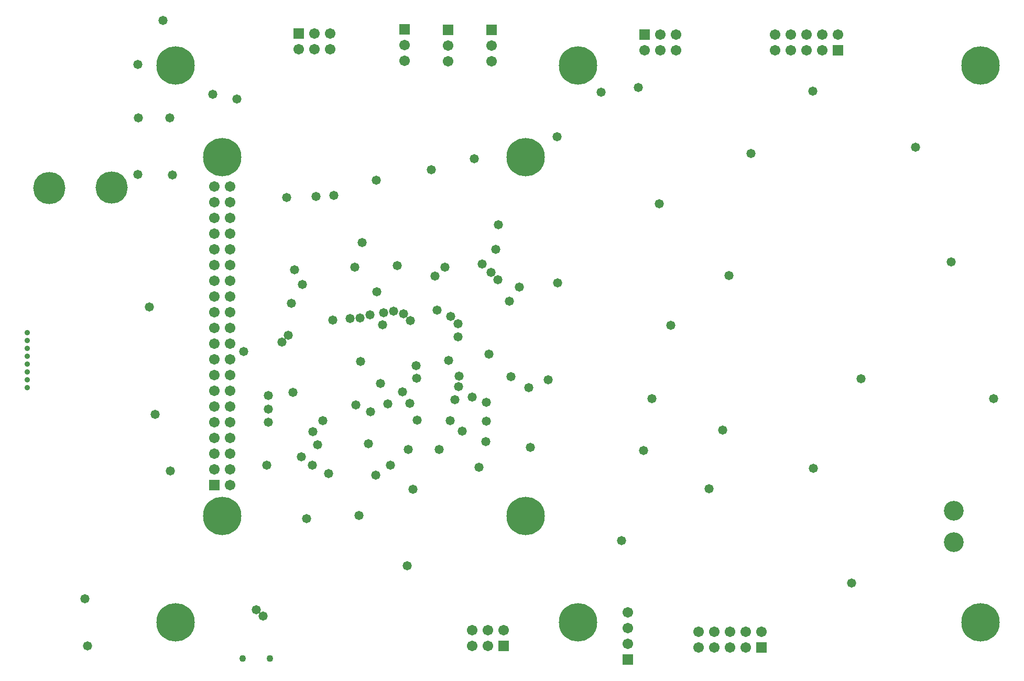
<source format=gbr>
%FSDAX33Y33*%
%MOMM*%
%SFA1B1*%

%IPPOS*%
%ADD32R,1.703200X1.703200*%
%ADD33C,1.703200*%
%ADD34C,5.203200*%
%ADD35C,0.903201*%
%ADD36C,6.203201*%
%ADD37C,3.203199*%
%ADD38C,1.103201*%
%ADD39C,1.473200*%
%LNfilm_bottomsolder-1*%
%LPD*%
G54D36*
X164576Y017918D03*
Y107918D03*
G54D37*
X160276Y030878D03*
Y035958D03*
G54D32*
X141576Y110378D03*
G54D33*
X141576Y112918D03*
X139036Y110378D03*
Y112918D03*
X136496Y110378D03*
Y112918D03*
X133956Y110378D03*
Y112918D03*
X131416Y110378D03*
Y112918D03*
G54D32*
X129196Y013918D03*
G54D33*
X129196Y016458D03*
X126656Y013918D03*
Y016458D03*
X124116Y013918D03*
Y016458D03*
X121576Y013918D03*
Y016458D03*
X119036Y013918D03*
Y016458D03*
X115406Y110418D03*
Y112958D03*
X112866Y110418D03*
Y112958D03*
X110326Y110418D03*
G54D32*
X110326Y112958D03*
X107577Y011938D03*
G54D33*
X107577Y014478D03*
Y017018D03*
Y019558D03*
G54D36*
X099576Y017918D03*
Y107918D03*
X091076Y035168D03*
Y093168D03*
G54D32*
X087557Y014118D03*
G54D33*
X087557Y016658D03*
X085576Y108628D03*
Y111168D03*
G54D32*
X085576Y113708D03*
G54D33*
X085017Y014118D03*
Y016658D03*
X082477Y014118D03*
Y016658D03*
X078576Y108628D03*
Y111168D03*
G54D32*
X078576Y113708D03*
G54D33*
X071576Y108668D03*
Y111208D03*
G54D32*
X071576Y113748D03*
G54D33*
X059517Y110548D03*
Y113088D03*
X056977Y110548D03*
Y113088D03*
X054437Y110548D03*
G54D32*
X054437Y113088D03*
G54D38*
X049776Y012068D03*
X045376D03*
G54D33*
X043366Y040088D03*
Y042628D03*
Y045168D03*
Y047708D03*
Y050248D03*
Y052788D03*
Y055328D03*
Y057868D03*
Y060408D03*
Y062948D03*
Y065488D03*
Y068028D03*
Y070568D03*
Y073108D03*
Y075648D03*
Y078188D03*
Y080728D03*
Y083268D03*
Y085808D03*
Y088348D03*
G54D36*
X042076Y035168D03*
Y093168D03*
G54D32*
X040826Y040088D03*
G54D33*
X040826Y042628D03*
Y045168D03*
Y047708D03*
Y050248D03*
Y052788D03*
Y055328D03*
Y057868D03*
Y060408D03*
Y062948D03*
Y065488D03*
Y068028D03*
Y070568D03*
Y073108D03*
Y075648D03*
Y078188D03*
Y080728D03*
Y083268D03*
Y085808D03*
Y088348D03*
G54D36*
X034576Y017918D03*
Y107918D03*
G54D34*
X024201Y088208D03*
X014132Y088176D03*
G54D35*
X010576Y055918D03*
Y057188D03*
Y058458D03*
Y059728D03*
Y060998D03*
Y062268D03*
Y063538D03*
Y064808D03*
G54D39*
X166676Y054118D03*
X159876Y076218D03*
X154076Y094718D03*
X145276Y057318D03*
X143776Y024318D03*
X137576Y042818D03*
X137476Y103818D03*
X127476Y093718D03*
X123976Y074018D03*
X122976Y049018D03*
X120776Y039518D03*
X114576Y065918D03*
X112676Y085618D03*
X111476Y054118D03*
X110176Y045718D03*
X109276Y104418D03*
X106576Y031118D03*
X103276Y103618D03*
X096276Y072818D03*
X096176Y096418D03*
X094777Y057118D03*
X091876Y046218D03*
X091576Y055918D03*
X090076Y072118D03*
X088776Y057618D03*
X088476Y069818D03*
X086676Y082218D03*
X086576Y073318D03*
X086276Y078218D03*
X085476Y074518D03*
X085176Y061318D03*
X084777Y050418D03*
Y053518D03*
X084676Y047118D03*
X084076Y075818D03*
X083576Y043018D03*
X082776Y092918D03*
X082477Y054318D03*
X080876Y048818D03*
X080376Y057718D03*
X080276Y056018D03*
X080176Y064118D03*
Y066218D03*
X079676Y053918D03*
X078976Y067418D03*
X078876Y050518D03*
X078676Y060318D03*
X078076Y075318D03*
X077177Y045918D03*
X076776Y068418D03*
X076476Y073918D03*
X075876Y091118D03*
X073576Y050618D03*
X073476Y057418D03*
X073376Y059418D03*
X072876Y039418D03*
X072476Y066718D03*
X072376Y053318D03*
X072177Y045918D03*
X071976Y027118D03*
X071377Y067818D03*
X071176Y055218D03*
X070376Y075618D03*
X069777Y068218D03*
X069276Y043318D03*
X068876Y053218D03*
X068177Y068018D03*
X067976Y066018D03*
X067676Y056518D03*
X067092Y071333D03*
X066976Y089418D03*
X066876Y041718D03*
X066076Y052018D03*
X065977Y067618D03*
X065676Y046818D03*
X064676Y079318D03*
X064476Y060118D03*
X064376Y067118D03*
X064176Y035218D03*
X063676Y053118D03*
X063476Y075318D03*
X062776Y067018D03*
X060076Y086918D03*
X059976Y066818D03*
X059276Y042018D03*
X058376Y050518D03*
X057476Y046618D03*
X057276Y086818D03*
X056726Y048768D03*
X056677Y043318D03*
X055676Y034718D03*
X055076Y072518D03*
X054876Y044718D03*
X053776Y074918D03*
X053476Y055118D03*
X053276Y069518D03*
X052776Y064318D03*
X052476Y086618D03*
X051699Y063240D03*
X049576Y050318D03*
Y052418D03*
Y054618D03*
X049276Y043318D03*
X048654Y018940D03*
X047576Y020018D03*
X045576Y061718D03*
X044426Y102568D03*
X040576Y103318D03*
X034076Y090218D03*
X033676Y042418D03*
X033576Y099518D03*
X032476Y115218D03*
X031276Y051518D03*
X030276Y068918D03*
X028576Y099518D03*
X028476Y090318D03*
Y108118D03*
X020326Y014168D03*
X019876Y021718D03*
M02*
</source>
